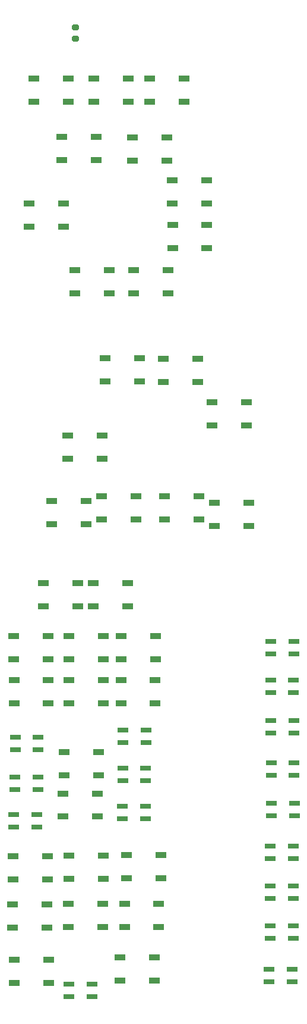
<source format=gbr>
%TF.GenerationSoftware,KiCad,Pcbnew,(6.0.9)*%
%TF.CreationDate,2022-12-26T23:22:05-09:00*%
%TF.ProjectId,PCB_ SPIN RCV PANEL,5043422c-2053-4504-994e-205243562050,rev?*%
%TF.SameCoordinates,Original*%
%TF.FileFunction,Paste,Top*%
%TF.FilePolarity,Positive*%
%FSLAX46Y46*%
G04 Gerber Fmt 4.6, Leading zero omitted, Abs format (unit mm)*
G04 Created by KiCad (PCBNEW (6.0.9)) date 2022-12-26 23:22:05*
%MOMM*%
%LPD*%
G01*
G04 APERTURE LIST*
G04 Aperture macros list*
%AMRoundRect*
0 Rectangle with rounded corners*
0 $1 Rounding radius*
0 $2 $3 $4 $5 $6 $7 $8 $9 X,Y pos of 4 corners*
0 Add a 4 corners polygon primitive as box body*
4,1,4,$2,$3,$4,$5,$6,$7,$8,$9,$2,$3,0*
0 Add four circle primitives for the rounded corners*
1,1,$1+$1,$2,$3*
1,1,$1+$1,$4,$5*
1,1,$1+$1,$6,$7*
1,1,$1+$1,$8,$9*
0 Add four rect primitives between the rounded corners*
20,1,$1+$1,$2,$3,$4,$5,0*
20,1,$1+$1,$4,$5,$6,$7,0*
20,1,$1+$1,$6,$7,$8,$9,0*
20,1,$1+$1,$8,$9,$2,$3,0*%
G04 Aperture macros list end*
%ADD10RoundRect,0.200000X-0.275000X0.200000X-0.275000X-0.200000X0.275000X-0.200000X0.275000X0.200000X0*%
%ADD11R,1.500000X0.800000*%
%ADD12R,1.500000X0.900000*%
G04 APERTURE END LIST*
D10*
%TO.C,R1*%
X242545000Y-21501600D03*
X242545000Y-23151600D03*
%TD*%
D11*
%TO.C,D25*%
X270410000Y-108885000D03*
X270410000Y-110665000D03*
X273690000Y-110665000D03*
X273690000Y-108885000D03*
%TD*%
%TO.C,D29*%
X270366000Y-114387000D03*
X270366000Y-116167000D03*
X273646000Y-116167000D03*
X273646000Y-114387000D03*
%TD*%
%TO.C,D30*%
X233948000Y-122565000D03*
X233948000Y-124345000D03*
X237228000Y-124345000D03*
X237228000Y-122565000D03*
%TD*%
%TO.C,D32*%
X249315000Y-121524000D03*
X249315000Y-123304000D03*
X252595000Y-123304000D03*
X252595000Y-121524000D03*
%TD*%
%TO.C,D33*%
X270397000Y-120178000D03*
X270397000Y-121958000D03*
X273677000Y-121958000D03*
X273677000Y-120178000D03*
%TD*%
%TO.C,D34*%
X233933000Y-128193000D03*
X233933000Y-129973000D03*
X237213000Y-129973000D03*
X237213000Y-128193000D03*
%TD*%
%TO.C,D35*%
X249289000Y-126960000D03*
X249289000Y-128740000D03*
X252569000Y-128740000D03*
X252569000Y-126960000D03*
%TD*%
%TO.C,D36*%
X270447000Y-126147000D03*
X270447000Y-127927000D03*
X273727000Y-127927000D03*
X273727000Y-126147000D03*
%TD*%
%TO.C,D37*%
X233728000Y-133577000D03*
X233728000Y-135357000D03*
X237008000Y-135357000D03*
X237008000Y-133577000D03*
%TD*%
%TO.C,D39*%
X249264000Y-132395000D03*
X249264000Y-134175000D03*
X252544000Y-134175000D03*
X252544000Y-132395000D03*
%TD*%
%TO.C,D40*%
X270470000Y-131952000D03*
X270470000Y-133732000D03*
X273750000Y-133732000D03*
X273750000Y-131952000D03*
%TD*%
%TO.C,D44*%
X270332000Y-138022000D03*
X270332000Y-139802000D03*
X273612000Y-139802000D03*
X273612000Y-138022000D03*
%TD*%
%TO.C,D45*%
X270318000Y-143712000D03*
X270318000Y-145492000D03*
X273598000Y-145492000D03*
X273598000Y-143712000D03*
%TD*%
%TO.C,D49*%
X270306000Y-149427000D03*
X270306000Y-151207000D03*
X273586000Y-151207000D03*
X273586000Y-149427000D03*
%TD*%
%TO.C,D51*%
X241604000Y-157707000D03*
X241604000Y-159487000D03*
X244884000Y-159487000D03*
X244884000Y-157707000D03*
%TD*%
%TO.C,D53*%
X270168000Y-155585000D03*
X270168000Y-157365000D03*
X273448000Y-157365000D03*
X273448000Y-155585000D03*
%TD*%
D12*
%TO.C,D2*%
X236601000Y-28829800D03*
X236601000Y-32129800D03*
X241501000Y-32129800D03*
X241501000Y-28829800D03*
%TD*%
%TO.C,D3*%
X245161000Y-28855600D03*
X245161000Y-32155600D03*
X250061000Y-32155600D03*
X250061000Y-28855600D03*
%TD*%
%TO.C,D4*%
X253139000Y-28830200D03*
X253139000Y-32130200D03*
X258039000Y-32130200D03*
X258039000Y-28830200D03*
%TD*%
%TO.C,D5*%
X240616000Y-37135600D03*
X240616000Y-40435600D03*
X245516000Y-40435600D03*
X245516000Y-37135600D03*
%TD*%
%TO.C,D6*%
X250649000Y-37186800D03*
X250649000Y-40486800D03*
X255549000Y-40486800D03*
X255549000Y-37186800D03*
%TD*%
%TO.C,D7*%
X256325000Y-43282600D03*
X256325000Y-46582600D03*
X261225000Y-46582600D03*
X261225000Y-43282600D03*
%TD*%
%TO.C,D8*%
X256388000Y-49683600D03*
X256388000Y-52983600D03*
X261288000Y-52983600D03*
X261288000Y-49683600D03*
%TD*%
%TO.C,D9*%
X250853000Y-56109800D03*
X250853000Y-59409800D03*
X255753000Y-59409800D03*
X255753000Y-56109800D03*
%TD*%
%TO.C,D10*%
X242494000Y-56084000D03*
X242494000Y-59384000D03*
X247394000Y-59384000D03*
X247394000Y-56084000D03*
%TD*%
%TO.C,D11*%
X235917000Y-46609800D03*
X235917000Y-49909800D03*
X240817000Y-49909800D03*
X240817000Y-46609800D03*
%TD*%
%TO.C,D12*%
X246763000Y-68657000D03*
X246763000Y-71957000D03*
X251663000Y-71957000D03*
X251663000Y-68657000D03*
%TD*%
%TO.C,D13*%
X255094000Y-68682400D03*
X255094000Y-71982400D03*
X259994000Y-71982400D03*
X259994000Y-68682400D03*
%TD*%
%TO.C,D14*%
X262029000Y-74854600D03*
X262029000Y-78154600D03*
X266929000Y-78154600D03*
X266929000Y-74854600D03*
%TD*%
%TO.C,D15*%
X262384000Y-89205600D03*
X262384000Y-92505600D03*
X267284000Y-92505600D03*
X267284000Y-89205600D03*
%TD*%
%TO.C,D16*%
X255280000Y-88300000D03*
X255280000Y-91600000D03*
X260180000Y-91600000D03*
X260180000Y-88300000D03*
%TD*%
%TO.C,D17*%
X246240000Y-88300000D03*
X246240000Y-91600000D03*
X251140000Y-91600000D03*
X251140000Y-88300000D03*
%TD*%
%TO.C,D18*%
X239143000Y-88977000D03*
X239143000Y-92277000D03*
X244043000Y-92277000D03*
X244043000Y-88977000D03*
%TD*%
%TO.C,D19*%
X241452000Y-79604400D03*
X241452000Y-82904400D03*
X246352000Y-82904400D03*
X246352000Y-79604400D03*
%TD*%
%TO.C,D20*%
X237975000Y-100610000D03*
X237975000Y-103910000D03*
X242875000Y-103910000D03*
X242875000Y-100610000D03*
%TD*%
%TO.C,D21*%
X245061000Y-100661000D03*
X245061000Y-103961000D03*
X249961000Y-103961000D03*
X249961000Y-100661000D03*
%TD*%
%TO.C,D22*%
X233758000Y-108129000D03*
X233758000Y-111429000D03*
X238658000Y-111429000D03*
X238658000Y-108129000D03*
%TD*%
%TO.C,D23*%
X241644000Y-108129000D03*
X241644000Y-111429000D03*
X246544000Y-111429000D03*
X246544000Y-108129000D03*
%TD*%
%TO.C,D24*%
X249049000Y-108129000D03*
X249049000Y-111429000D03*
X253949000Y-111429000D03*
X253949000Y-108129000D03*
%TD*%
%TO.C,D26*%
X233784000Y-114453000D03*
X233784000Y-117753000D03*
X238684000Y-117753000D03*
X238684000Y-114453000D03*
%TD*%
%TO.C,D27*%
X241607000Y-114428000D03*
X241607000Y-117728000D03*
X246507000Y-117728000D03*
X246507000Y-114428000D03*
%TD*%
%TO.C,D28*%
X249024000Y-114403000D03*
X249024000Y-117703000D03*
X253924000Y-117703000D03*
X253924000Y-114403000D03*
%TD*%
%TO.C,D31*%
X240900000Y-124650000D03*
X240900000Y-127950000D03*
X245800000Y-127950000D03*
X245800000Y-124650000D03*
%TD*%
%TO.C,D38*%
X240800000Y-130550000D03*
X240800000Y-133850000D03*
X245700000Y-133850000D03*
X245700000Y-130550000D03*
%TD*%
%TO.C,D41*%
X233631000Y-139472000D03*
X233631000Y-142772000D03*
X238531000Y-142772000D03*
X238531000Y-139472000D03*
%TD*%
%TO.C,D42*%
X241630000Y-139421000D03*
X241630000Y-142721000D03*
X246530000Y-142721000D03*
X246530000Y-139421000D03*
%TD*%
%TO.C,D43*%
X249797000Y-139320000D03*
X249797000Y-142620000D03*
X254697000Y-142620000D03*
X254697000Y-139320000D03*
%TD*%
%TO.C,D46*%
X233578000Y-146331000D03*
X233578000Y-149631000D03*
X238478000Y-149631000D03*
X238478000Y-146331000D03*
%TD*%
%TO.C,D47*%
X241531000Y-146254000D03*
X241531000Y-149554000D03*
X246431000Y-149554000D03*
X246431000Y-146254000D03*
%TD*%
%TO.C,D48*%
X249532000Y-146254000D03*
X249532000Y-149554000D03*
X254432000Y-149554000D03*
X254432000Y-146254000D03*
%TD*%
%TO.C,D50*%
X233858000Y-154255000D03*
X233858000Y-157555000D03*
X238758000Y-157555000D03*
X238758000Y-154255000D03*
%TD*%
%TO.C,D52*%
X248897000Y-153874000D03*
X248897000Y-157174000D03*
X253797000Y-157174000D03*
X253797000Y-153874000D03*
%TD*%
M02*

</source>
